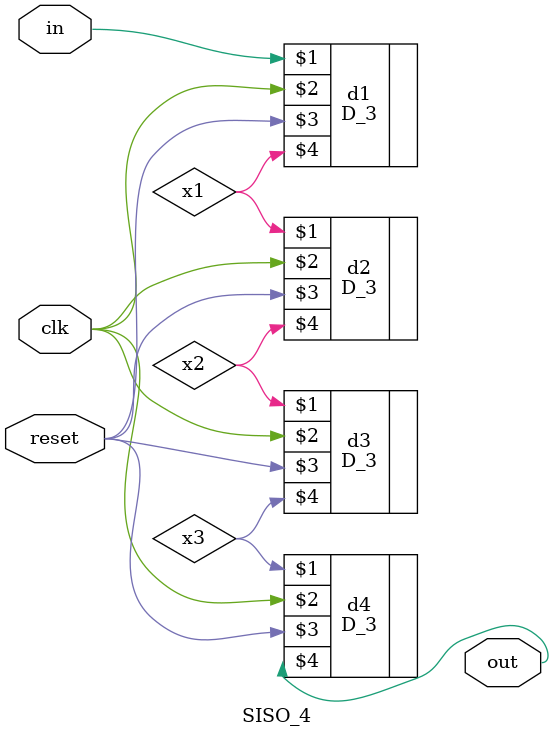
<source format=v>
`timescale 1ns / 1ps


module SISO_4(
 input in,
 input clk,
 input reset,
 output out
 );

 wire x1,x2,x3;
 D_3 d1(in, clk, reset, x1);
 D_3 d2(x1, clk, reset, x2);
 D_3 d3(x2, clk, reset, x3);
 D_3 d4(x3, clk, reset, out);
endmodule

</source>
